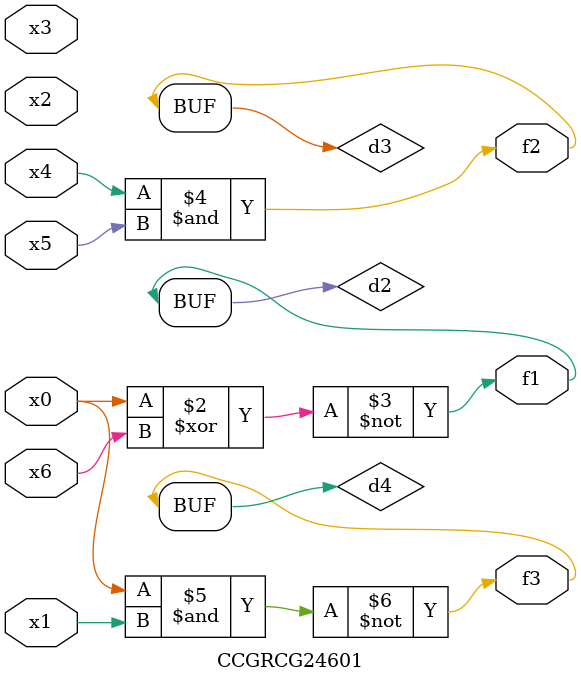
<source format=v>
module CCGRCG24601(
	input x0, x1, x2, x3, x4, x5, x6,
	output f1, f2, f3
);

	wire d1, d2, d3, d4;

	nor (d1, x0);
	xnor (d2, x0, x6);
	and (d3, x4, x5);
	nand (d4, x0, x1);
	assign f1 = d2;
	assign f2 = d3;
	assign f3 = d4;
endmodule

</source>
